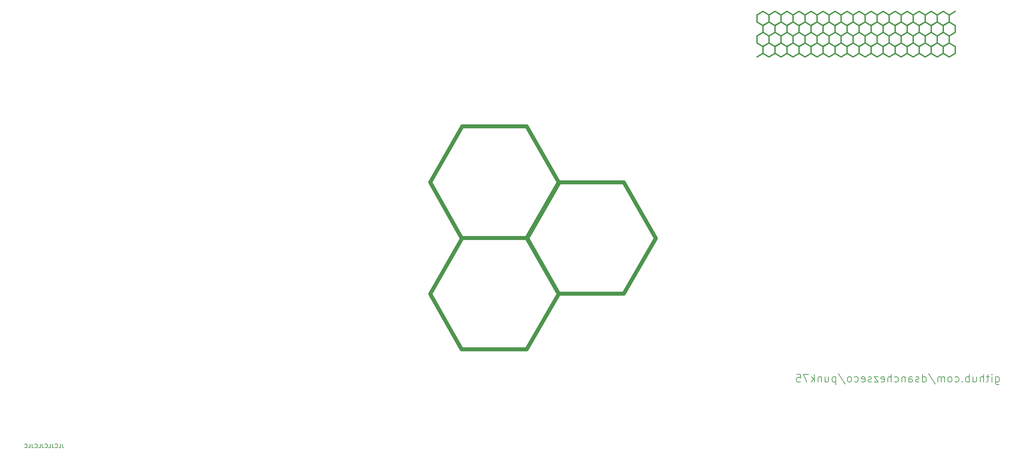
<source format=gbr>
G04 #@! TF.GenerationSoftware,KiCad,Pcbnew,(5.1.6)-1*
G04 #@! TF.CreationDate,2020-11-14T19:48:55+01:00*
G04 #@! TF.ProjectId,punk75,70756e6b-3735-42e6-9b69-6361645f7063,rev?*
G04 #@! TF.SameCoordinates,Original*
G04 #@! TF.FileFunction,Legend,Bot*
G04 #@! TF.FilePolarity,Positive*
%FSLAX46Y46*%
G04 Gerber Fmt 4.6, Leading zero omitted, Abs format (unit mm)*
G04 Created by KiCad (PCBNEW (5.1.6)-1) date 2020-11-14 19:48:55*
%MOMM*%
%LPD*%
G01*
G04 APERTURE LIST*
%ADD10C,0.150000*%
%ADD11C,1.000000*%
%ADD12C,0.300000*%
G04 APERTURE END LIST*
D10*
X103044047Y-225385380D02*
X103044047Y-226099666D01*
X103091666Y-226242523D01*
X103186904Y-226337761D01*
X103329761Y-226385380D01*
X103425000Y-226385380D01*
X102091666Y-226385380D02*
X102567857Y-226385380D01*
X102567857Y-225385380D01*
X101186904Y-226290142D02*
X101234523Y-226337761D01*
X101377380Y-226385380D01*
X101472619Y-226385380D01*
X101615476Y-226337761D01*
X101710714Y-226242523D01*
X101758333Y-226147285D01*
X101805952Y-225956809D01*
X101805952Y-225813952D01*
X101758333Y-225623476D01*
X101710714Y-225528238D01*
X101615476Y-225433000D01*
X101472619Y-225385380D01*
X101377380Y-225385380D01*
X101234523Y-225433000D01*
X101186904Y-225480619D01*
X100472619Y-225385380D02*
X100472619Y-226099666D01*
X100520238Y-226242523D01*
X100615476Y-226337761D01*
X100758333Y-226385380D01*
X100853571Y-226385380D01*
X99520238Y-226385380D02*
X99996428Y-226385380D01*
X99996428Y-225385380D01*
X98615476Y-226290142D02*
X98663095Y-226337761D01*
X98805952Y-226385380D01*
X98901190Y-226385380D01*
X99044047Y-226337761D01*
X99139285Y-226242523D01*
X99186904Y-226147285D01*
X99234523Y-225956809D01*
X99234523Y-225813952D01*
X99186904Y-225623476D01*
X99139285Y-225528238D01*
X99044047Y-225433000D01*
X98901190Y-225385380D01*
X98805952Y-225385380D01*
X98663095Y-225433000D01*
X98615476Y-225480619D01*
X97901190Y-225385380D02*
X97901190Y-226099666D01*
X97948809Y-226242523D01*
X98044047Y-226337761D01*
X98186904Y-226385380D01*
X98282142Y-226385380D01*
X96948809Y-226385380D02*
X97425000Y-226385380D01*
X97425000Y-225385380D01*
X96044047Y-226290142D02*
X96091666Y-226337761D01*
X96234523Y-226385380D01*
X96329761Y-226385380D01*
X96472619Y-226337761D01*
X96567857Y-226242523D01*
X96615476Y-226147285D01*
X96663095Y-225956809D01*
X96663095Y-225813952D01*
X96615476Y-225623476D01*
X96567857Y-225528238D01*
X96472619Y-225433000D01*
X96329761Y-225385380D01*
X96234523Y-225385380D01*
X96091666Y-225433000D01*
X96044047Y-225480619D01*
X95329761Y-225385380D02*
X95329761Y-226099666D01*
X95377380Y-226242523D01*
X95472619Y-226337761D01*
X95615476Y-226385380D01*
X95710714Y-226385380D01*
X94377380Y-226385380D02*
X94853571Y-226385380D01*
X94853571Y-225385380D01*
X93472619Y-226290142D02*
X93520238Y-226337761D01*
X93663095Y-226385380D01*
X93758333Y-226385380D01*
X93901190Y-226337761D01*
X93996428Y-226242523D01*
X94044047Y-226147285D01*
X94091666Y-225956809D01*
X94091666Y-225813952D01*
X94044047Y-225623476D01*
X93996428Y-225528238D01*
X93901190Y-225433000D01*
X93758333Y-225385380D01*
X93663095Y-225385380D01*
X93520238Y-225433000D01*
X93472619Y-225480619D01*
D11*
X229076250Y-158940500D02*
X245459250Y-158940500D01*
X245459250Y-187261500D02*
X229076250Y-187261500D01*
X245459250Y-158940500D02*
X253587250Y-173164500D01*
X228949250Y-187261500D02*
X220948250Y-173164500D01*
X220948250Y-173164500D02*
X229076250Y-158940500D01*
X253587250Y-173164500D02*
X245459250Y-187261500D01*
X196342000Y-159004000D02*
X204470000Y-144780000D01*
X204470000Y-144780000D02*
X220853000Y-144780000D01*
X228981000Y-159004000D02*
X220853000Y-173101000D01*
X220853000Y-173101000D02*
X204470000Y-173101000D01*
X204343000Y-173101000D02*
X196342000Y-159004000D01*
X220853000Y-144780000D02*
X228981000Y-159004000D01*
X204343000Y-201422000D02*
X196342000Y-187325000D01*
X220853000Y-201422000D02*
X204470000Y-201422000D01*
X228981000Y-187325000D02*
X220853000Y-201422000D01*
X220853000Y-173101000D02*
X228981000Y-187325000D01*
X204470000Y-173101000D02*
X220853000Y-173101000D01*
X196342000Y-187325000D02*
X204470000Y-173101000D01*
D10*
X339769523Y-208359428D02*
X339769523Y-209978476D01*
X339864761Y-210168952D01*
X339960000Y-210264190D01*
X340150476Y-210359428D01*
X340436190Y-210359428D01*
X340626666Y-210264190D01*
X339769523Y-209597523D02*
X339960000Y-209692761D01*
X340340952Y-209692761D01*
X340531428Y-209597523D01*
X340626666Y-209502285D01*
X340721904Y-209311809D01*
X340721904Y-208740380D01*
X340626666Y-208549904D01*
X340531428Y-208454666D01*
X340340952Y-208359428D01*
X339960000Y-208359428D01*
X339769523Y-208454666D01*
X338817142Y-209692761D02*
X338817142Y-208359428D01*
X338817142Y-207692761D02*
X338912380Y-207788000D01*
X338817142Y-207883238D01*
X338721904Y-207788000D01*
X338817142Y-207692761D01*
X338817142Y-207883238D01*
X338150476Y-208359428D02*
X337388571Y-208359428D01*
X337864761Y-207692761D02*
X337864761Y-209407047D01*
X337769523Y-209597523D01*
X337579047Y-209692761D01*
X337388571Y-209692761D01*
X336721904Y-209692761D02*
X336721904Y-207692761D01*
X335864761Y-209692761D02*
X335864761Y-208645142D01*
X335960000Y-208454666D01*
X336150476Y-208359428D01*
X336436190Y-208359428D01*
X336626666Y-208454666D01*
X336721904Y-208549904D01*
X334055238Y-208359428D02*
X334055238Y-209692761D01*
X334912380Y-208359428D02*
X334912380Y-209407047D01*
X334817142Y-209597523D01*
X334626666Y-209692761D01*
X334340952Y-209692761D01*
X334150476Y-209597523D01*
X334055238Y-209502285D01*
X333102857Y-209692761D02*
X333102857Y-207692761D01*
X333102857Y-208454666D02*
X332912380Y-208359428D01*
X332531428Y-208359428D01*
X332340952Y-208454666D01*
X332245714Y-208549904D01*
X332150476Y-208740380D01*
X332150476Y-209311809D01*
X332245714Y-209502285D01*
X332340952Y-209597523D01*
X332531428Y-209692761D01*
X332912380Y-209692761D01*
X333102857Y-209597523D01*
X331293333Y-209502285D02*
X331198095Y-209597523D01*
X331293333Y-209692761D01*
X331388571Y-209597523D01*
X331293333Y-209502285D01*
X331293333Y-209692761D01*
X329483809Y-209597523D02*
X329674285Y-209692761D01*
X330055238Y-209692761D01*
X330245714Y-209597523D01*
X330340952Y-209502285D01*
X330436190Y-209311809D01*
X330436190Y-208740380D01*
X330340952Y-208549904D01*
X330245714Y-208454666D01*
X330055238Y-208359428D01*
X329674285Y-208359428D01*
X329483809Y-208454666D01*
X328340952Y-209692761D02*
X328531428Y-209597523D01*
X328626666Y-209502285D01*
X328721904Y-209311809D01*
X328721904Y-208740380D01*
X328626666Y-208549904D01*
X328531428Y-208454666D01*
X328340952Y-208359428D01*
X328055238Y-208359428D01*
X327864761Y-208454666D01*
X327769523Y-208549904D01*
X327674285Y-208740380D01*
X327674285Y-209311809D01*
X327769523Y-209502285D01*
X327864761Y-209597523D01*
X328055238Y-209692761D01*
X328340952Y-209692761D01*
X326817142Y-209692761D02*
X326817142Y-208359428D01*
X326817142Y-208549904D02*
X326721904Y-208454666D01*
X326531428Y-208359428D01*
X326245714Y-208359428D01*
X326055238Y-208454666D01*
X325960000Y-208645142D01*
X325960000Y-209692761D01*
X325960000Y-208645142D02*
X325864761Y-208454666D01*
X325674285Y-208359428D01*
X325388571Y-208359428D01*
X325198095Y-208454666D01*
X325102857Y-208645142D01*
X325102857Y-209692761D01*
X322721904Y-207597523D02*
X324436190Y-210168952D01*
X321198095Y-209692761D02*
X321198095Y-207692761D01*
X321198095Y-209597523D02*
X321388571Y-209692761D01*
X321769523Y-209692761D01*
X321960000Y-209597523D01*
X322055238Y-209502285D01*
X322150476Y-209311809D01*
X322150476Y-208740380D01*
X322055238Y-208549904D01*
X321960000Y-208454666D01*
X321769523Y-208359428D01*
X321388571Y-208359428D01*
X321198095Y-208454666D01*
X320340952Y-209597523D02*
X320150476Y-209692761D01*
X319769523Y-209692761D01*
X319579047Y-209597523D01*
X319483809Y-209407047D01*
X319483809Y-209311809D01*
X319579047Y-209121333D01*
X319769523Y-209026095D01*
X320055238Y-209026095D01*
X320245714Y-208930857D01*
X320340952Y-208740380D01*
X320340952Y-208645142D01*
X320245714Y-208454666D01*
X320055238Y-208359428D01*
X319769523Y-208359428D01*
X319579047Y-208454666D01*
X317769523Y-209692761D02*
X317769523Y-208645142D01*
X317864761Y-208454666D01*
X318055238Y-208359428D01*
X318436190Y-208359428D01*
X318626666Y-208454666D01*
X317769523Y-209597523D02*
X317960000Y-209692761D01*
X318436190Y-209692761D01*
X318626666Y-209597523D01*
X318721904Y-209407047D01*
X318721904Y-209216571D01*
X318626666Y-209026095D01*
X318436190Y-208930857D01*
X317960000Y-208930857D01*
X317769523Y-208835619D01*
X316817142Y-208359428D02*
X316817142Y-209692761D01*
X316817142Y-208549904D02*
X316721904Y-208454666D01*
X316531428Y-208359428D01*
X316245714Y-208359428D01*
X316055238Y-208454666D01*
X315960000Y-208645142D01*
X315960000Y-209692761D01*
X314150476Y-209597523D02*
X314340952Y-209692761D01*
X314721904Y-209692761D01*
X314912380Y-209597523D01*
X315007619Y-209502285D01*
X315102857Y-209311809D01*
X315102857Y-208740380D01*
X315007619Y-208549904D01*
X314912380Y-208454666D01*
X314721904Y-208359428D01*
X314340952Y-208359428D01*
X314150476Y-208454666D01*
X313293333Y-209692761D02*
X313293333Y-207692761D01*
X312436190Y-209692761D02*
X312436190Y-208645142D01*
X312531428Y-208454666D01*
X312721904Y-208359428D01*
X313007619Y-208359428D01*
X313198095Y-208454666D01*
X313293333Y-208549904D01*
X310721904Y-209597523D02*
X310912380Y-209692761D01*
X311293333Y-209692761D01*
X311483809Y-209597523D01*
X311579047Y-209407047D01*
X311579047Y-208645142D01*
X311483809Y-208454666D01*
X311293333Y-208359428D01*
X310912380Y-208359428D01*
X310721904Y-208454666D01*
X310626666Y-208645142D01*
X310626666Y-208835619D01*
X311579047Y-209026095D01*
X309960000Y-208359428D02*
X308912380Y-208359428D01*
X309960000Y-209692761D01*
X308912380Y-209692761D01*
X308245714Y-209597523D02*
X308055238Y-209692761D01*
X307674285Y-209692761D01*
X307483809Y-209597523D01*
X307388571Y-209407047D01*
X307388571Y-209311809D01*
X307483809Y-209121333D01*
X307674285Y-209026095D01*
X307960000Y-209026095D01*
X308150476Y-208930857D01*
X308245714Y-208740380D01*
X308245714Y-208645142D01*
X308150476Y-208454666D01*
X307960000Y-208359428D01*
X307674285Y-208359428D01*
X307483809Y-208454666D01*
X305769523Y-209597523D02*
X305960000Y-209692761D01*
X306340952Y-209692761D01*
X306531428Y-209597523D01*
X306626666Y-209407047D01*
X306626666Y-208645142D01*
X306531428Y-208454666D01*
X306340952Y-208359428D01*
X305960000Y-208359428D01*
X305769523Y-208454666D01*
X305674285Y-208645142D01*
X305674285Y-208835619D01*
X306626666Y-209026095D01*
X303960000Y-209597523D02*
X304150476Y-209692761D01*
X304531428Y-209692761D01*
X304721904Y-209597523D01*
X304817142Y-209502285D01*
X304912380Y-209311809D01*
X304912380Y-208740380D01*
X304817142Y-208549904D01*
X304721904Y-208454666D01*
X304531428Y-208359428D01*
X304150476Y-208359428D01*
X303960000Y-208454666D01*
X302817142Y-209692761D02*
X303007619Y-209597523D01*
X303102857Y-209502285D01*
X303198095Y-209311809D01*
X303198095Y-208740380D01*
X303102857Y-208549904D01*
X303007619Y-208454666D01*
X302817142Y-208359428D01*
X302531428Y-208359428D01*
X302340952Y-208454666D01*
X302245714Y-208549904D01*
X302150476Y-208740380D01*
X302150476Y-209311809D01*
X302245714Y-209502285D01*
X302340952Y-209597523D01*
X302531428Y-209692761D01*
X302817142Y-209692761D01*
X299864761Y-207597523D02*
X301579047Y-210168952D01*
X299198095Y-208359428D02*
X299198095Y-210359428D01*
X299198095Y-208454666D02*
X299007619Y-208359428D01*
X298626666Y-208359428D01*
X298436190Y-208454666D01*
X298340952Y-208549904D01*
X298245714Y-208740380D01*
X298245714Y-209311809D01*
X298340952Y-209502285D01*
X298436190Y-209597523D01*
X298626666Y-209692761D01*
X299007619Y-209692761D01*
X299198095Y-209597523D01*
X296531428Y-208359428D02*
X296531428Y-209692761D01*
X297388571Y-208359428D02*
X297388571Y-209407047D01*
X297293333Y-209597523D01*
X297102857Y-209692761D01*
X296817142Y-209692761D01*
X296626666Y-209597523D01*
X296531428Y-209502285D01*
X295579047Y-208359428D02*
X295579047Y-209692761D01*
X295579047Y-208549904D02*
X295483809Y-208454666D01*
X295293333Y-208359428D01*
X295007619Y-208359428D01*
X294817142Y-208454666D01*
X294721904Y-208645142D01*
X294721904Y-209692761D01*
X293769523Y-209692761D02*
X293769523Y-207692761D01*
X293579047Y-208930857D02*
X293007619Y-209692761D01*
X293007619Y-208359428D02*
X293769523Y-209121333D01*
X292340952Y-207692761D02*
X291007619Y-207692761D01*
X291864761Y-209692761D01*
X289293333Y-207692761D02*
X290245714Y-207692761D01*
X290340952Y-208645142D01*
X290245714Y-208549904D01*
X290055238Y-208454666D01*
X289579047Y-208454666D01*
X289388571Y-208549904D01*
X289293333Y-208645142D01*
X289198095Y-208835619D01*
X289198095Y-209311809D01*
X289293333Y-209502285D01*
X289388571Y-209597523D01*
X289579047Y-209692761D01*
X290055238Y-209692761D01*
X290245714Y-209597523D01*
X290340952Y-209502285D01*
D12*
X283845000Y-126238000D02*
X283845000Y-124460000D01*
X283845000Y-124478051D02*
X282321000Y-123571000D01*
X282321000Y-121793000D02*
X282321000Y-123571000D01*
X288417000Y-127145051D02*
X286893000Y-126238000D01*
X280797000Y-124478051D02*
X279273000Y-123571000D01*
X291465000Y-121793000D02*
X292989000Y-120885949D01*
X282321000Y-127145051D02*
X283845000Y-126238000D01*
X288417000Y-123571000D02*
X288417000Y-121793000D01*
X292989000Y-124478051D02*
X291465000Y-123571000D01*
X280797000Y-126238000D02*
X280797000Y-124460000D01*
X292989000Y-126238000D02*
X292989000Y-124460000D01*
X285369000Y-121793000D02*
X285369000Y-123571000D01*
X288417000Y-127145051D02*
X289941000Y-126238000D01*
X288417000Y-121793000D02*
X289941000Y-120885949D01*
X280797000Y-124478051D02*
X279273000Y-123571000D01*
X296037000Y-124460000D02*
X296037000Y-126238000D01*
X294513000Y-127145051D02*
X296037000Y-126238000D01*
X294513000Y-121811051D02*
X292989000Y-120904000D01*
X296037000Y-124478051D02*
X294513000Y-123571000D01*
X285369000Y-121811051D02*
X283845000Y-120904000D01*
X294513000Y-121793000D02*
X294513000Y-123571000D01*
X286893000Y-126238000D02*
X286893000Y-124460000D01*
X282321000Y-121811051D02*
X280797000Y-120904000D01*
X286893000Y-124478051D02*
X285369000Y-123571000D01*
X283845000Y-124460000D02*
X285369000Y-123552949D01*
X291465000Y-123571000D02*
X291465000Y-121793000D01*
X289941000Y-124478051D02*
X288417000Y-123571000D01*
X289941000Y-124478051D02*
X291465000Y-123571000D01*
X283845000Y-124460000D02*
X283845000Y-126238000D01*
X288417000Y-121793000D02*
X288417000Y-123571000D01*
X283845000Y-124478051D02*
X282321000Y-123571000D01*
X286893000Y-124460000D02*
X286893000Y-126238000D01*
X285369000Y-127145051D02*
X286893000Y-126238000D01*
X296037000Y-126238000D02*
X296037000Y-124460000D01*
X292989000Y-124478051D02*
X291465000Y-123571000D01*
X285369000Y-127145051D02*
X283845000Y-126238000D01*
X291465000Y-121793000D02*
X291465000Y-123571000D01*
X280797000Y-124460000D02*
X280797000Y-126238000D01*
X291465000Y-127145051D02*
X292989000Y-126238000D01*
X289941000Y-126238000D02*
X289941000Y-124460000D01*
X286893000Y-124460000D02*
X288417000Y-123552949D01*
X291465000Y-127145051D02*
X289941000Y-126238000D01*
X283845000Y-124478051D02*
X285369000Y-123571000D01*
X282321000Y-127145051D02*
X280797000Y-126238000D01*
X279273000Y-121793000D02*
X280797000Y-120885949D01*
X294513000Y-123571000D02*
X294513000Y-121793000D01*
X288417000Y-121811051D02*
X286893000Y-120904000D01*
X279273000Y-127145051D02*
X280797000Y-126238000D01*
X292989000Y-124460000D02*
X294513000Y-123552949D01*
X282321000Y-121793000D02*
X283845000Y-120885949D01*
X280797000Y-124460000D02*
X282321000Y-123552949D01*
X285369000Y-121793000D02*
X286893000Y-120885949D01*
X294513000Y-127145051D02*
X292989000Y-126238000D01*
X286893000Y-124478051D02*
X285369000Y-123571000D01*
X289941000Y-124460000D02*
X289941000Y-126238000D01*
X279273000Y-121793000D02*
X279273000Y-123571000D01*
X285369000Y-123571000D02*
X285369000Y-121793000D01*
X289941000Y-124478051D02*
X288417000Y-123571000D01*
X279273000Y-123571000D02*
X279273000Y-121793000D01*
X292989000Y-124478051D02*
X294513000Y-123571000D01*
X286893000Y-124478051D02*
X288417000Y-123571000D01*
X294513000Y-121793000D02*
X296037000Y-120885949D01*
X292989000Y-124460000D02*
X292989000Y-126238000D01*
X296037000Y-124460000D02*
X296037000Y-126238000D01*
X291465000Y-121811051D02*
X289941000Y-120904000D01*
X280797000Y-124478051D02*
X282321000Y-123571000D01*
X296037000Y-124478051D02*
X294513000Y-123571000D01*
X282321000Y-123571000D02*
X282321000Y-121793000D01*
X289941000Y-124460000D02*
X291465000Y-123552949D01*
X288417000Y-123571000D02*
X288417000Y-121793000D01*
X292989000Y-124460000D02*
X292989000Y-126238000D01*
X299085000Y-124460000D02*
X300609000Y-123552949D01*
X289941000Y-124460000D02*
X291465000Y-123552949D01*
X300609000Y-127145051D02*
X299085000Y-126238000D01*
X291465000Y-123571000D02*
X291465000Y-121793000D01*
X299085000Y-124478051D02*
X297561000Y-123571000D01*
X300609000Y-121811051D02*
X299085000Y-120904000D01*
X299085000Y-124460000D02*
X299085000Y-126238000D01*
X302133000Y-124478051D02*
X300609000Y-123571000D01*
X292989000Y-124478051D02*
X291465000Y-123571000D01*
X286893000Y-124460000D02*
X286893000Y-126238000D01*
X286893000Y-124460000D02*
X288417000Y-123552949D01*
X302133000Y-124460000D02*
X302133000Y-126238000D01*
X296037000Y-124478051D02*
X294513000Y-123571000D01*
X289941000Y-126238000D02*
X289941000Y-124460000D01*
X300609000Y-121793000D02*
X302133000Y-120885949D01*
X297561000Y-127145051D02*
X296037000Y-126238000D01*
X289941000Y-124478051D02*
X291465000Y-123571000D01*
X285369000Y-127145051D02*
X286893000Y-126238000D01*
X292989000Y-124478051D02*
X294513000Y-123571000D01*
X292989000Y-124460000D02*
X294513000Y-123552949D01*
X292989000Y-124478051D02*
X291465000Y-123571000D01*
X294513000Y-127145051D02*
X296037000Y-126238000D01*
X288417000Y-127145051D02*
X286893000Y-126238000D01*
X288417000Y-121811051D02*
X286893000Y-120904000D01*
X289941000Y-124478051D02*
X288417000Y-123571000D01*
X286893000Y-124478051D02*
X288417000Y-123571000D01*
X285369000Y-123571000D02*
X285369000Y-121793000D01*
X289941000Y-124478051D02*
X288417000Y-123571000D01*
X288417000Y-127145051D02*
X289941000Y-126238000D01*
X291465000Y-121811051D02*
X289941000Y-120904000D01*
X300609000Y-121793000D02*
X300609000Y-123571000D01*
X291465000Y-121793000D02*
X292989000Y-120885949D01*
X294513000Y-121793000D02*
X296037000Y-120885949D01*
X302133000Y-124478051D02*
X300609000Y-123571000D01*
X296037000Y-124478051D02*
X297561000Y-123571000D01*
X292989000Y-126238000D02*
X292989000Y-124460000D01*
X302133000Y-124460000D02*
X302133000Y-126238000D01*
X288417000Y-121793000D02*
X289941000Y-120885949D01*
X297561000Y-121811051D02*
X296037000Y-120904000D01*
X291465000Y-127145051D02*
X289941000Y-126238000D01*
X286893000Y-124478051D02*
X285369000Y-123571000D01*
X297561000Y-121793000D02*
X297561000Y-123571000D01*
X294513000Y-121811051D02*
X292989000Y-120904000D01*
X285369000Y-121793000D02*
X285369000Y-123571000D01*
X300609000Y-127145051D02*
X302133000Y-126238000D01*
X294513000Y-123571000D02*
X294513000Y-121793000D01*
X296037000Y-124460000D02*
X296037000Y-126238000D01*
X299085000Y-126238000D02*
X299085000Y-124460000D01*
X297561000Y-121793000D02*
X299085000Y-120885949D01*
X291465000Y-127145051D02*
X292989000Y-126238000D01*
X296037000Y-126238000D02*
X296037000Y-124460000D01*
X286893000Y-126238000D02*
X286893000Y-124460000D01*
X291465000Y-121793000D02*
X291465000Y-123571000D01*
X296037000Y-124478051D02*
X294513000Y-123571000D01*
X296037000Y-124460000D02*
X297561000Y-123552949D01*
X289941000Y-124460000D02*
X289941000Y-126238000D01*
X300609000Y-123571000D02*
X300609000Y-121793000D01*
X299085000Y-124478051D02*
X300609000Y-123571000D01*
X299085000Y-124478051D02*
X297561000Y-123571000D01*
X294513000Y-121793000D02*
X294513000Y-123571000D01*
X286893000Y-124478051D02*
X285369000Y-123571000D01*
X288417000Y-121793000D02*
X288417000Y-123571000D01*
X297561000Y-127145051D02*
X299085000Y-126238000D01*
X302133000Y-126238000D02*
X302133000Y-124460000D01*
X297561000Y-123571000D02*
X297561000Y-121793000D01*
X294513000Y-127145051D02*
X292989000Y-126238000D01*
X285369000Y-121793000D02*
X286893000Y-120885949D01*
X300609000Y-127145051D02*
X299085000Y-126238000D01*
X309753000Y-121811051D02*
X308229000Y-120904000D01*
X306705000Y-127145051D02*
X308229000Y-126238000D01*
X302133000Y-126238000D02*
X302133000Y-124460000D01*
X312801000Y-127145051D02*
X314325000Y-126238000D01*
X300609000Y-121811051D02*
X299085000Y-120904000D01*
X299085000Y-124460000D02*
X299085000Y-126238000D01*
X300609000Y-121793000D02*
X302133000Y-120885949D01*
X309753000Y-121793000D02*
X311277000Y-120885949D01*
X305181000Y-124460000D02*
X305181000Y-126238000D01*
X311277000Y-124478051D02*
X312801000Y-123571000D01*
X311277000Y-124460000D02*
X311277000Y-126238000D01*
X312801000Y-121811051D02*
X311277000Y-120904000D01*
X312801000Y-123571000D02*
X312801000Y-121793000D01*
X308229000Y-126238000D02*
X308229000Y-124460000D01*
X312801000Y-121793000D02*
X312801000Y-123571000D01*
X302133000Y-124460000D02*
X302133000Y-126238000D01*
X309753000Y-121793000D02*
X309753000Y-123571000D01*
X306705000Y-127145051D02*
X305181000Y-126238000D01*
X300609000Y-121793000D02*
X300609000Y-123571000D01*
X311277000Y-124478051D02*
X309753000Y-123571000D01*
X302133000Y-124478051D02*
X303657000Y-123571000D01*
X297561000Y-127145051D02*
X299085000Y-126238000D01*
X303657000Y-121793000D02*
X305181000Y-120885949D01*
X305181000Y-124460000D02*
X306705000Y-123552949D01*
X305181000Y-126238000D02*
X305181000Y-124460000D01*
X312801000Y-127145051D02*
X311277000Y-126238000D01*
X299085000Y-124478051D02*
X297561000Y-123571000D01*
X309753000Y-127145051D02*
X308229000Y-126238000D01*
X314325000Y-124460000D02*
X314325000Y-126238000D01*
X314325000Y-124478051D02*
X312801000Y-123571000D01*
X302133000Y-124460000D02*
X303657000Y-123552949D01*
X305181000Y-124478051D02*
X306705000Y-123571000D01*
X305181000Y-124478051D02*
X303657000Y-123571000D01*
X309753000Y-127145051D02*
X311277000Y-126238000D01*
X303657000Y-121793000D02*
X303657000Y-123571000D01*
X299085000Y-124460000D02*
X300609000Y-123552949D01*
X297561000Y-121793000D02*
X297561000Y-123571000D01*
X299085000Y-126238000D02*
X299085000Y-124460000D01*
X297561000Y-123571000D02*
X297561000Y-121793000D01*
X306705000Y-121811051D02*
X305181000Y-120904000D01*
X314325000Y-126238000D02*
X314325000Y-124460000D01*
X297561000Y-121793000D02*
X299085000Y-120885949D01*
X302133000Y-124478051D02*
X300609000Y-123571000D01*
X299085000Y-124478051D02*
X297561000Y-123571000D01*
X308229000Y-124478051D02*
X306705000Y-123571000D01*
X303657000Y-121811051D02*
X302133000Y-120904000D01*
X306705000Y-121793000D02*
X308229000Y-120885949D01*
X314325000Y-124478051D02*
X312801000Y-123571000D01*
X308229000Y-124460000D02*
X308229000Y-126238000D01*
X308229000Y-124478051D02*
X309753000Y-123571000D01*
X306705000Y-121793000D02*
X306705000Y-123571000D01*
X311277000Y-126238000D02*
X311277000Y-124460000D01*
X309753000Y-123571000D02*
X309753000Y-121793000D01*
X308229000Y-124478051D02*
X306705000Y-123571000D01*
X311277000Y-124460000D02*
X312801000Y-123552949D01*
X299085000Y-124478051D02*
X300609000Y-123571000D01*
X303657000Y-123571000D02*
X303657000Y-121793000D01*
X303657000Y-127145051D02*
X305181000Y-126238000D01*
X314325000Y-124460000D02*
X314325000Y-126238000D01*
X300609000Y-127145051D02*
X302133000Y-126238000D01*
X303657000Y-127145051D02*
X302133000Y-126238000D01*
X300609000Y-123571000D02*
X300609000Y-121793000D01*
X306705000Y-123571000D02*
X306705000Y-121793000D01*
X308229000Y-124460000D02*
X309753000Y-123552949D01*
X311277000Y-124478051D02*
X309753000Y-123571000D01*
X312801000Y-121793000D02*
X314325000Y-120885949D01*
X305181000Y-124478051D02*
X303657000Y-123571000D01*
X302133000Y-124478051D02*
X300609000Y-123571000D01*
X321945000Y-121793000D02*
X321945000Y-123571000D01*
X320421000Y-124460000D02*
X321945000Y-123552949D01*
X318897000Y-121793000D02*
X318897000Y-123571000D01*
X329565000Y-124478051D02*
X328041000Y-123571000D01*
X323469000Y-124460000D02*
X323469000Y-126238000D01*
X320421000Y-124478051D02*
X321945000Y-123571000D01*
X318897000Y-127145051D02*
X320421000Y-126238000D01*
X312801000Y-123571000D02*
X312801000Y-121793000D01*
X312801000Y-127145051D02*
X314325000Y-126238000D01*
X317373000Y-124460000D02*
X318897000Y-123552949D01*
X329565000Y-124460000D02*
X329565000Y-126238000D01*
X320421000Y-124460000D02*
X320421000Y-126238000D01*
X315849000Y-121793000D02*
X315849000Y-123571000D01*
X324993000Y-121793000D02*
X326517000Y-120885949D01*
X320421000Y-124478051D02*
X318897000Y-123571000D01*
X321945000Y-121793000D02*
X323469000Y-120885949D01*
X329565000Y-124460000D02*
X329565000Y-126238000D01*
X326517000Y-126238000D02*
X326517000Y-124460000D01*
X317373000Y-126238000D02*
X317373000Y-124460000D01*
X314325000Y-124478051D02*
X312801000Y-123571000D01*
X321945000Y-123571000D02*
X321945000Y-121793000D01*
X326517000Y-124478051D02*
X324993000Y-123571000D01*
X318897000Y-127145051D02*
X317373000Y-126238000D01*
X329565000Y-126238000D02*
X329565000Y-124460000D01*
X314325000Y-124478051D02*
X315849000Y-123571000D01*
X328041000Y-127145051D02*
X326517000Y-126238000D01*
X317373000Y-124478051D02*
X315849000Y-123571000D01*
X324993000Y-121793000D02*
X324993000Y-123571000D01*
X318897000Y-121793000D02*
X320421000Y-120885949D01*
X321945000Y-127145051D02*
X323469000Y-126238000D01*
X317373000Y-124460000D02*
X317373000Y-126238000D01*
X314325000Y-124478051D02*
X312801000Y-123571000D01*
X314325000Y-126238000D02*
X314325000Y-124460000D01*
X320421000Y-126238000D02*
X320421000Y-124460000D01*
X315849000Y-127145051D02*
X314325000Y-126238000D01*
X317373000Y-124478051D02*
X318897000Y-123571000D01*
X315849000Y-121811051D02*
X314325000Y-120904000D01*
X323469000Y-124478051D02*
X321945000Y-123571000D01*
X328041000Y-121793000D02*
X328041000Y-123571000D01*
X328041000Y-127145051D02*
X329565000Y-126238000D01*
X329565000Y-124478051D02*
X328041000Y-123571000D01*
X323469000Y-126238000D02*
X323469000Y-124460000D01*
X326517000Y-124478051D02*
X324993000Y-123571000D01*
X324993000Y-121811051D02*
X323469000Y-120904000D01*
X318897000Y-121811051D02*
X317373000Y-120904000D01*
X323469000Y-124478051D02*
X324993000Y-123571000D01*
X321945000Y-121811051D02*
X320421000Y-120904000D01*
X328041000Y-123571000D02*
X328041000Y-121793000D01*
X314325000Y-124460000D02*
X315849000Y-123552949D01*
X324993000Y-127145051D02*
X326517000Y-126238000D01*
X326517000Y-124478051D02*
X328041000Y-123571000D01*
X315849000Y-127145051D02*
X317373000Y-126238000D01*
X328041000Y-121793000D02*
X329565000Y-120885949D01*
X320421000Y-124478051D02*
X318897000Y-123571000D01*
X321945000Y-127145051D02*
X320421000Y-126238000D01*
X312801000Y-121793000D02*
X314325000Y-120885949D01*
X315849000Y-123571000D02*
X315849000Y-121793000D01*
X326517000Y-124460000D02*
X328041000Y-123552949D01*
X323469000Y-124460000D02*
X324993000Y-123552949D01*
X326517000Y-124460000D02*
X326517000Y-126238000D01*
X314325000Y-124460000D02*
X314325000Y-126238000D01*
X312801000Y-121793000D02*
X312801000Y-123571000D01*
X317373000Y-124478051D02*
X315849000Y-123571000D01*
X324993000Y-123571000D02*
X324993000Y-121793000D01*
X318897000Y-123571000D02*
X318897000Y-121793000D01*
X315849000Y-121793000D02*
X317373000Y-120885949D01*
X324993000Y-127145051D02*
X323469000Y-126238000D01*
X323469000Y-124478051D02*
X321945000Y-123571000D01*
X328041000Y-121811051D02*
X326517000Y-120904000D01*
X321945000Y-121811051D02*
X320421000Y-120904000D01*
X315849000Y-118237000D02*
X315849000Y-116459000D01*
X324993000Y-121811051D02*
X326517000Y-120904000D01*
X323469000Y-119144051D02*
X321945000Y-118237000D01*
X323469000Y-119144051D02*
X324993000Y-118237000D01*
X320421000Y-119144051D02*
X321945000Y-118237000D01*
X315849000Y-116477051D02*
X314325000Y-115570000D01*
X315849000Y-121811051D02*
X317373000Y-120904000D01*
X315849000Y-116459000D02*
X317373000Y-115551949D01*
X318897000Y-116459000D02*
X320421000Y-115551949D01*
X326517000Y-119144051D02*
X328041000Y-118237000D01*
X321945000Y-116477051D02*
X320421000Y-115570000D01*
X317373000Y-119144051D02*
X315849000Y-118237000D01*
X317373000Y-120904000D02*
X317373000Y-119126000D01*
X324993000Y-121811051D02*
X323469000Y-120904000D01*
X329565000Y-120904000D02*
X329565000Y-119126000D01*
X328041000Y-116459000D02*
X329565000Y-115551949D01*
X326517000Y-119126000D02*
X328041000Y-118218949D01*
X312801000Y-118237000D02*
X312801000Y-116459000D01*
X326517000Y-119126000D02*
X326517000Y-120904000D01*
X317373000Y-119126000D02*
X317373000Y-120904000D01*
X314325000Y-119144051D02*
X312801000Y-118237000D01*
X323469000Y-119144051D02*
X321945000Y-118237000D01*
X312801000Y-116459000D02*
X312801000Y-118237000D01*
X323469000Y-120904000D02*
X323469000Y-119126000D01*
X321945000Y-118237000D02*
X321945000Y-116459000D01*
X328041000Y-116459000D02*
X328041000Y-118237000D01*
X320421000Y-120904000D02*
X320421000Y-119126000D01*
X315849000Y-121811051D02*
X314325000Y-120904000D01*
X314325000Y-119144051D02*
X315849000Y-118237000D01*
X328041000Y-121811051D02*
X329565000Y-120904000D01*
X315849000Y-116459000D02*
X315849000Y-118237000D01*
X328041000Y-116477051D02*
X326517000Y-115570000D01*
X317373000Y-119126000D02*
X318897000Y-118218949D01*
X318897000Y-116459000D02*
X318897000Y-118237000D01*
X318897000Y-116477051D02*
X317373000Y-115570000D01*
X318897000Y-121811051D02*
X320421000Y-120904000D01*
X324993000Y-118237000D02*
X324993000Y-116459000D01*
X323469000Y-119126000D02*
X324993000Y-118218949D01*
X321945000Y-121811051D02*
X323469000Y-120904000D01*
X328041000Y-118237000D02*
X328041000Y-116459000D01*
X324993000Y-116477051D02*
X323469000Y-115570000D01*
X329565000Y-119126000D02*
X329565000Y-120904000D01*
X314325000Y-119126000D02*
X314325000Y-120904000D01*
X326517000Y-119144051D02*
X324993000Y-118237000D01*
X329565000Y-119144051D02*
X328041000Y-118237000D01*
X324993000Y-116459000D02*
X324993000Y-118237000D01*
X329565000Y-119126000D02*
X329565000Y-120904000D01*
X314325000Y-119144051D02*
X312801000Y-118237000D01*
X324993000Y-116459000D02*
X326517000Y-115551949D01*
X320421000Y-119126000D02*
X320421000Y-120904000D01*
X318897000Y-118237000D02*
X318897000Y-116459000D01*
X317373000Y-119144051D02*
X315849000Y-118237000D01*
X318897000Y-121811051D02*
X317373000Y-120904000D01*
X314325000Y-119126000D02*
X315849000Y-118218949D01*
X321945000Y-116459000D02*
X323469000Y-115551949D01*
X326517000Y-120904000D02*
X326517000Y-119126000D01*
X326517000Y-119144051D02*
X324993000Y-118237000D01*
X312801000Y-121811051D02*
X314325000Y-120904000D01*
X320421000Y-119126000D02*
X321945000Y-118218949D01*
X328041000Y-121811051D02*
X326517000Y-120904000D01*
X312801000Y-116459000D02*
X314325000Y-115551949D01*
X320421000Y-119144051D02*
X318897000Y-118237000D01*
X329565000Y-119144051D02*
X328041000Y-118237000D01*
X321945000Y-116459000D02*
X321945000Y-118237000D01*
X314325000Y-120904000D02*
X314325000Y-119126000D01*
X317373000Y-119144051D02*
X318897000Y-118237000D01*
X323469000Y-119126000D02*
X323469000Y-120904000D01*
X320421000Y-119144051D02*
X318897000Y-118237000D01*
X320421000Y-119144051D02*
X318897000Y-118237000D01*
X323469000Y-119126000D02*
X323469000Y-120904000D01*
X321945000Y-116459000D02*
X323469000Y-115551949D01*
X309753000Y-116477051D02*
X308229000Y-115570000D01*
X317373000Y-119126000D02*
X317373000Y-120904000D01*
X306705000Y-116459000D02*
X308229000Y-115551949D01*
X314325000Y-119126000D02*
X314325000Y-120904000D01*
X311277000Y-119144051D02*
X312801000Y-118237000D01*
X314325000Y-119144051D02*
X312801000Y-118237000D01*
X323469000Y-119144051D02*
X321945000Y-118237000D01*
X320421000Y-120904000D02*
X320421000Y-119126000D01*
X320421000Y-119144051D02*
X321945000Y-118237000D01*
X318897000Y-118237000D02*
X318897000Y-116459000D01*
X306705000Y-121811051D02*
X308229000Y-120904000D01*
X311277000Y-119144051D02*
X309753000Y-118237000D01*
X318897000Y-116459000D02*
X320421000Y-115551949D01*
X309753000Y-118237000D02*
X309753000Y-116459000D01*
X315849000Y-116459000D02*
X317373000Y-115551949D01*
X323469000Y-119144051D02*
X321945000Y-118237000D01*
X315849000Y-116459000D02*
X315849000Y-118237000D01*
X321945000Y-116459000D02*
X321945000Y-118237000D01*
X320421000Y-119126000D02*
X320421000Y-120904000D01*
X308229000Y-120904000D02*
X308229000Y-119126000D01*
X311277000Y-119126000D02*
X311277000Y-120904000D01*
X323469000Y-120904000D02*
X323469000Y-119126000D01*
X321945000Y-121811051D02*
X323469000Y-120904000D01*
X308229000Y-119144051D02*
X309753000Y-118237000D01*
X314325000Y-119144051D02*
X312801000Y-118237000D01*
X314325000Y-119144051D02*
X315849000Y-118237000D01*
X309753000Y-121811051D02*
X311277000Y-120904000D01*
X306705000Y-116459000D02*
X306705000Y-118237000D01*
X321945000Y-118237000D02*
X321945000Y-116459000D01*
X309753000Y-121811051D02*
X308229000Y-120904000D01*
X318897000Y-121811051D02*
X317373000Y-120904000D01*
X308229000Y-119126000D02*
X308229000Y-120904000D01*
X317373000Y-119126000D02*
X318897000Y-118218949D01*
X312801000Y-121811051D02*
X311277000Y-120904000D01*
X320421000Y-119144051D02*
X318897000Y-118237000D01*
X306705000Y-118237000D02*
X306705000Y-116459000D01*
X315849000Y-118237000D02*
X315849000Y-116459000D01*
X312801000Y-116459000D02*
X312801000Y-118237000D01*
X318897000Y-116459000D02*
X318897000Y-118237000D01*
X314325000Y-119126000D02*
X315849000Y-118218949D01*
X312801000Y-121811051D02*
X314325000Y-120904000D01*
X317373000Y-119144051D02*
X315849000Y-118237000D01*
X312801000Y-116477051D02*
X311277000Y-115570000D01*
X317373000Y-119144051D02*
X318897000Y-118237000D01*
X317373000Y-119144051D02*
X315849000Y-118237000D01*
X315849000Y-116477051D02*
X314325000Y-115570000D01*
X314325000Y-120904000D02*
X314325000Y-119126000D01*
X318897000Y-116477051D02*
X317373000Y-115570000D01*
X311277000Y-120904000D02*
X311277000Y-119126000D01*
X317373000Y-120904000D02*
X317373000Y-119126000D01*
X308229000Y-119144051D02*
X306705000Y-118237000D01*
X312801000Y-116459000D02*
X314325000Y-115551949D01*
X315849000Y-121811051D02*
X314325000Y-120904000D01*
X321945000Y-121811051D02*
X320421000Y-120904000D01*
X320421000Y-119126000D02*
X321945000Y-118218949D01*
X311277000Y-119144051D02*
X309753000Y-118237000D01*
X308229000Y-119144051D02*
X306705000Y-118237000D01*
X309753000Y-116459000D02*
X309753000Y-118237000D01*
X323469000Y-119126000D02*
X323469000Y-120904000D01*
X321945000Y-116477051D02*
X320421000Y-115570000D01*
X318897000Y-121811051D02*
X320421000Y-120904000D01*
X312801000Y-118237000D02*
X312801000Y-116459000D01*
X309753000Y-116459000D02*
X311277000Y-115551949D01*
X315849000Y-121811051D02*
X317373000Y-120904000D01*
X308229000Y-119126000D02*
X309753000Y-118218949D01*
X311277000Y-119126000D02*
X312801000Y-118218949D01*
X303657000Y-121811051D02*
X305181000Y-120904000D01*
X302133000Y-120904000D02*
X302133000Y-119126000D01*
X311277000Y-119144051D02*
X309753000Y-118237000D01*
X309753000Y-116477051D02*
X308229000Y-115570000D01*
X308229000Y-119126000D02*
X308229000Y-120904000D01*
X305181000Y-119144051D02*
X303657000Y-118237000D01*
X299085000Y-119144051D02*
X297561000Y-118237000D01*
X297561000Y-116459000D02*
X297561000Y-118237000D01*
X300609000Y-116459000D02*
X302133000Y-115551949D01*
X296037000Y-119144051D02*
X294513000Y-118237000D01*
X300609000Y-116459000D02*
X300609000Y-118237000D01*
X300609000Y-116477051D02*
X299085000Y-115570000D01*
X303657000Y-116477051D02*
X302133000Y-115570000D01*
X300609000Y-118237000D02*
X300609000Y-116459000D01*
X297561000Y-116459000D02*
X299085000Y-115551949D01*
X306705000Y-116477051D02*
X305181000Y-115570000D01*
X296037000Y-119144051D02*
X297561000Y-118237000D01*
X305181000Y-119144051D02*
X306705000Y-118237000D01*
X308229000Y-119144051D02*
X309753000Y-118237000D01*
X297561000Y-121811051D02*
X299085000Y-120904000D01*
X303657000Y-121811051D02*
X302133000Y-120904000D01*
X302133000Y-119126000D02*
X303657000Y-118218949D01*
X306705000Y-121811051D02*
X308229000Y-120904000D01*
X308229000Y-119126000D02*
X309753000Y-118218949D01*
X294513000Y-116459000D02*
X296037000Y-115551949D01*
X300609000Y-121811051D02*
X299085000Y-120904000D01*
X296037000Y-119126000D02*
X296037000Y-120904000D01*
X309753000Y-121811051D02*
X308229000Y-120904000D01*
X309753000Y-116459000D02*
X309753000Y-118237000D01*
X305181000Y-120904000D02*
X305181000Y-119126000D01*
X296037000Y-120904000D02*
X296037000Y-119126000D01*
X297561000Y-116477051D02*
X296037000Y-115570000D01*
X302133000Y-119144051D02*
X300609000Y-118237000D01*
X311277000Y-119144051D02*
X309753000Y-118237000D01*
X296037000Y-119144051D02*
X294513000Y-118237000D01*
X299085000Y-119126000D02*
X300609000Y-118218949D01*
X299085000Y-119144051D02*
X300609000Y-118237000D01*
X306705000Y-118237000D02*
X306705000Y-116459000D01*
X297561000Y-121811051D02*
X296037000Y-120904000D01*
X308229000Y-119144051D02*
X306705000Y-118237000D01*
X309753000Y-118237000D02*
X309753000Y-116459000D01*
X297561000Y-118237000D02*
X297561000Y-116459000D01*
X306705000Y-121811051D02*
X305181000Y-120904000D01*
X305181000Y-119126000D02*
X306705000Y-118218949D01*
X305181000Y-119144051D02*
X303657000Y-118237000D01*
X302133000Y-119144051D02*
X303657000Y-118237000D01*
X300609000Y-121811051D02*
X302133000Y-120904000D01*
X296037000Y-119126000D02*
X297561000Y-118218949D01*
X303657000Y-116459000D02*
X305181000Y-115551949D01*
X306705000Y-116459000D02*
X308229000Y-115551949D01*
X311277000Y-120904000D02*
X311277000Y-119126000D01*
X299085000Y-119126000D02*
X299085000Y-120904000D01*
X311277000Y-119126000D02*
X311277000Y-120904000D01*
X299085000Y-120904000D02*
X299085000Y-119126000D01*
X303657000Y-118237000D02*
X303657000Y-116459000D01*
X306705000Y-116459000D02*
X306705000Y-118237000D01*
X309753000Y-121811051D02*
X311277000Y-120904000D01*
X303657000Y-116459000D02*
X303657000Y-118237000D01*
X294513000Y-116459000D02*
X294513000Y-118237000D01*
X308229000Y-120904000D02*
X308229000Y-119126000D01*
X294513000Y-121811051D02*
X296037000Y-120904000D01*
X309753000Y-116459000D02*
X311277000Y-115551949D01*
X311277000Y-119126000D02*
X311277000Y-120904000D01*
X308229000Y-119144051D02*
X306705000Y-118237000D01*
X299085000Y-119144051D02*
X297561000Y-118237000D01*
X294513000Y-118237000D02*
X294513000Y-116459000D01*
X305181000Y-119126000D02*
X305181000Y-120904000D01*
X302133000Y-119126000D02*
X302133000Y-120904000D01*
X302133000Y-119144051D02*
X300609000Y-118237000D01*
X294513000Y-116459000D02*
X294513000Y-118237000D01*
X286893000Y-119144051D02*
X288417000Y-118237000D01*
X292989000Y-119126000D02*
X294513000Y-118218949D01*
X280797000Y-119144051D02*
X282321000Y-118237000D01*
X286893000Y-119126000D02*
X288417000Y-118218949D01*
X289941000Y-119144051D02*
X291465000Y-118237000D01*
X289941000Y-119144051D02*
X288417000Y-118237000D01*
X282321000Y-118237000D02*
X282321000Y-116459000D01*
X291465000Y-116477051D02*
X289941000Y-115570000D01*
X296037000Y-119144051D02*
X294513000Y-118237000D01*
X283845000Y-120904000D02*
X283845000Y-119126000D01*
X279273000Y-118237000D02*
X279273000Y-116459000D01*
X283845000Y-119144051D02*
X285369000Y-118237000D01*
X292989000Y-120904000D02*
X292989000Y-119126000D01*
X296037000Y-119126000D02*
X296037000Y-120904000D01*
X283845000Y-119144051D02*
X282321000Y-118237000D01*
X288417000Y-116459000D02*
X288417000Y-118237000D01*
X283845000Y-119144051D02*
X282321000Y-118237000D01*
X288417000Y-116477051D02*
X286893000Y-115570000D01*
X292989000Y-119144051D02*
X291465000Y-118237000D01*
X280797000Y-119126000D02*
X280797000Y-120904000D01*
X294513000Y-121811051D02*
X296037000Y-120904000D01*
X286893000Y-119126000D02*
X286893000Y-120904000D01*
X291465000Y-116459000D02*
X292989000Y-115551949D01*
X289941000Y-119126000D02*
X289941000Y-120904000D01*
X282321000Y-116477051D02*
X280797000Y-115570000D01*
X291465000Y-121811051D02*
X289941000Y-120904000D01*
X294513000Y-116459000D02*
X296037000Y-115551949D01*
X280797000Y-119144051D02*
X279273000Y-118237000D01*
X285369000Y-121811051D02*
X286893000Y-120904000D01*
X294513000Y-118237000D02*
X294513000Y-116459000D01*
X292989000Y-119144051D02*
X294513000Y-118237000D01*
X289941000Y-120904000D02*
X289941000Y-119126000D01*
X296037000Y-119144051D02*
X294513000Y-118237000D01*
X294513000Y-116477051D02*
X292989000Y-115570000D01*
X292989000Y-119144051D02*
X291465000Y-118237000D01*
X282321000Y-121811051D02*
X283845000Y-120904000D01*
X285369000Y-116459000D02*
X285369000Y-118237000D01*
X282321000Y-121811051D02*
X280797000Y-120904000D01*
X288417000Y-121811051D02*
X286893000Y-120904000D01*
X282321000Y-116459000D02*
X282321000Y-118237000D01*
X279273000Y-116459000D02*
X280797000Y-115551949D01*
X296037000Y-119126000D02*
X296037000Y-120904000D01*
X286893000Y-120904000D02*
X286893000Y-119126000D01*
X280797000Y-119126000D02*
X282321000Y-118218949D01*
X285369000Y-116477051D02*
X283845000Y-115570000D01*
X286893000Y-119144051D02*
X285369000Y-118237000D01*
X294513000Y-121811051D02*
X292989000Y-120904000D01*
X288417000Y-118237000D02*
X288417000Y-116459000D01*
X291465000Y-118237000D02*
X291465000Y-116459000D01*
X283845000Y-119126000D02*
X285369000Y-118218949D01*
X292989000Y-119126000D02*
X292989000Y-120904000D01*
X285369000Y-118237000D02*
X285369000Y-116459000D01*
X283845000Y-119126000D02*
X283845000Y-120904000D01*
X279273000Y-116459000D02*
X279273000Y-118237000D01*
X285369000Y-116459000D02*
X286893000Y-115551949D01*
X289941000Y-119144051D02*
X288417000Y-118237000D01*
X291465000Y-121811051D02*
X292989000Y-120904000D01*
X280797000Y-120904000D02*
X280797000Y-119126000D01*
X285369000Y-121811051D02*
X283845000Y-120904000D01*
X279273000Y-121811051D02*
X280797000Y-120904000D01*
X291465000Y-116459000D02*
X291465000Y-118237000D01*
X286893000Y-119144051D02*
X285369000Y-118237000D01*
X282321000Y-116459000D02*
X283845000Y-115551949D01*
X280797000Y-119144051D02*
X279273000Y-118237000D01*
X296037000Y-120904000D02*
X296037000Y-119126000D01*
X288417000Y-121811051D02*
X289941000Y-120904000D01*
X288417000Y-116459000D02*
X289941000Y-115551949D01*
X289941000Y-119126000D02*
X291465000Y-118218949D01*
M02*

</source>
